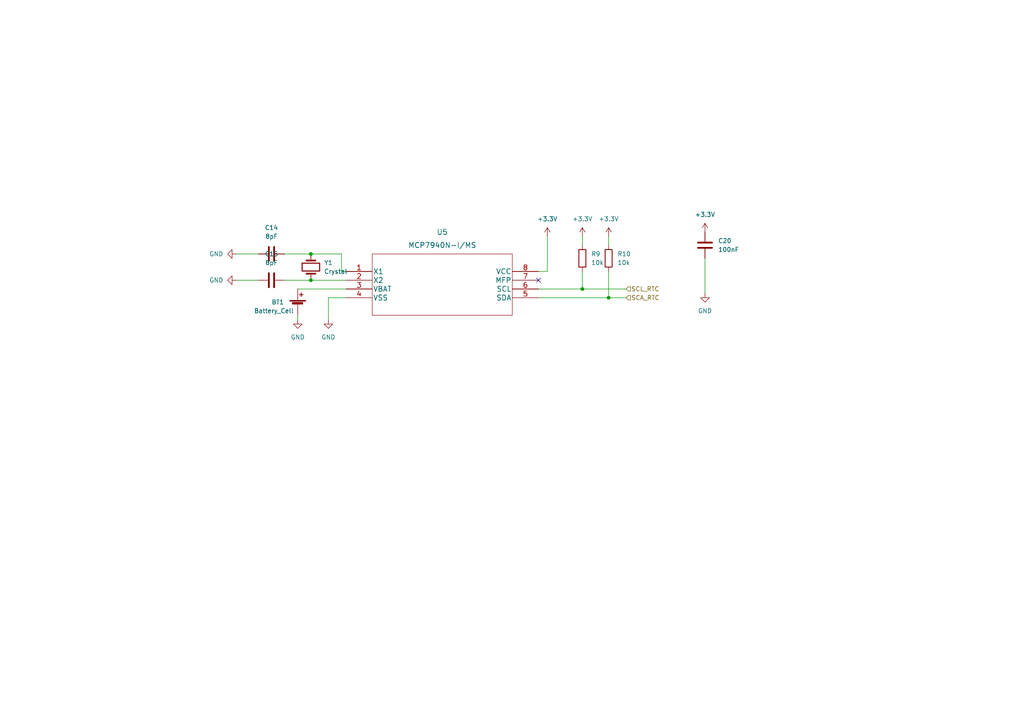
<source format=kicad_sch>
(kicad_sch (version 20230121) (generator eeschema)
  (paper "A4")
  (lib_symbols
    (symbol "Device:Battery_Cell" (pin_numbers hide) (pin_names (offset 0) hide)
      (property "Reference" "BT" (at 2.54 2.54 0))
      (property "Value" "Battery_Cell" (at 2.54 0 0))
      (symbol "Battery_Cell_0_1"
        (rectangle (start -2.286 1.778) (end 2.286 1.524) (fill (type outline)))
        (rectangle (start -1.5748 1.1938) (end 1.4732 0.6858) (fill (type outline)))
        (polyline (pts (xy 0 0.762) (xy 0 0)))
        (polyline (pts (xy 0 1.778) (xy 0 2.54)))
        (polyline (pts (xy 0.508 3.429) (xy 1.524 3.429)) (stroke (width 0.254)))
        (polyline (pts (xy 1.016 3.937) (xy 1.016 2.921)) (stroke (width 0.254)))
      )
      (symbol "Battery_Cell_1_1"
        (pin passive line (at 0 5.08 270) (length 2.54) (name "+") (number "1"))
        (pin passive line (at 0 -2.54 90) (length 2.54) (name "-") (number "2"))
      )
    )
    (symbol "Device:C" (pin_numbers hide) (pin_names (offset 0.254))
      (property "Reference" "C" (at 0.635 2.54 0))
      (property "Value" "C" (at 0.635 -2.54 0))
      (symbol "C_0_1"
        (polyline (pts (xy -2.032 -0.762) (xy 2.032 -0.762)) (stroke (width 0.508)))
        (polyline (pts (xy -2.032 0.762) (xy 2.032 0.762)) (stroke (width 0.508)))
      )
      (symbol "C_1_1"
        (pin passive line (at 0 3.81 270) (length 2.794) (name "~") (number "1"))
        (pin passive line (at 0 -3.81 90) (length 2.794) (name "~") (number "2"))
      )
    )
    (symbol "Device:Crystal" (pin_numbers hide) (pin_names (offset 1.016) hide)
      (property "Reference" "Y" (at 0 3.81 0))
      (property "Value" "Crystal" (at 0 -3.81 0))
      (symbol "Crystal_0_1"
        (rectangle (start -1.143 2.54) (end 1.143 -2.54) (stroke (width 0.3048)))
        (polyline (pts (xy -2.54 0) (xy -1.905 0)))
        (polyline (pts (xy -1.905 -1.27) (xy -1.905 1.27)) (stroke (width 0.508)))
        (polyline (pts (xy 1.905 -1.27) (xy 1.905 1.27)) (stroke (width 0.508)))
        (polyline (pts (xy 2.54 0) (xy 1.905 0)))
      )
      (symbol "Crystal_1_1"
        (pin passive line (at -3.81 0 0) (length 1.27) (name "1") (number "1"))
        (pin passive line (at 3.81 0 180) (length 1.27) (name "2") (number "2"))
      )
    )
    (symbol "Device:R" (pin_numbers hide) (pin_names (offset 0))
      (property "Reference" "R" (at 2.032 0 90))
      (property "Value" "R" (at 0 0 90))
      (symbol "R_0_1"
        (rectangle (start -1.016 -2.54) (end 1.016 2.54) (stroke (width 0.254)))
      )
      (symbol "R_1_1"
        (pin passive line (at 0 3.81 270) (length 1.27) (name "~") (number "1"))
        (pin passive line (at 0 -3.81 90) (length 1.27) (name "~") (number "2"))
      )
    )
    (symbol "MCP7940N:MCP7940N-I{slash}MS" (pin_names (offset 0.254))
      (property "Reference" "U" (at 27.94 10.16 0))
      (property "Value" "MCP7940N-I{slash}MS" (at 27.94 7.62 0))
      (symbol "MCP7940N-I{slash}MS_1_1"
        (polyline (pts (xy 7.62 -12.7) (xy 48.26 -12.7)) (stroke (width 0.127)))
        (polyline (pts (xy 7.62 5.08) (xy 7.62 -12.7)) (stroke (width 0.127)))
        (polyline (pts (xy 48.26 -12.7) (xy 48.26 5.08)) (stroke (width 0.127)))
        (polyline (pts (xy 48.26 5.08) (xy 7.62 5.08)) (stroke (width 0.127)))
        (pin input line (at 0 0 0) (length 7.62) (name "X1") (number "1"))
        (pin output line (at 0 -2.54 0) (length 7.62) (name "X2") (number "2"))
        (pin power_in line (at 0 -5.08 0) (length 7.62) (name "VBAT") (number "3"))
        (pin power_in line (at 0 -7.62 0) (length 7.62) (name "VSS") (number "4"))
        (pin bidirectional line (at 55.88 -7.62 180) (length 7.62) (name "SDA") (number "5"))
        (pin unspecified line (at 55.88 -5.08 180) (length 7.62) (name "SCL") (number "6"))
        (pin unspecified line (at 55.88 -2.54 180) (length 7.62) (name "MFP") (number "7"))
        (pin power_in line (at 55.88 0 180) (length 7.62) (name "VCC") (number "8"))
      )
    )
    (symbol "power:+3.3V" (power) (pin_names (offset 0))
      (property "Value" "+3.3V" (at 0 3.556 0))
      (symbol "+3.3V_0_1"
        (polyline (pts (xy -0.762 1.27) (xy 0 2.54)))
        (polyline (pts (xy 0 0) (xy 0 2.54)))
        (polyline (pts (xy 0 2.54) (xy 0.762 1.27)))
      )
      (symbol "+3.3V_1_1"
        (pin power_in line (at 0 0 90) (length 0) hide (name "+3.3V") (number "1"))
      )
    )
    (symbol "power:GND" (power) (pin_names (offset 0))
      (property "Value" "GND" (at 0 -3.81 0))
      (symbol "GND_0_1"
        (polyline (pts (xy 0 0) (xy 0 -1.27) (xy 1.27 -1.27) (xy 0 -2.54) (xy -1.27 -1.27) (xy 0 -1.27)))
      )
      (symbol "GND_1_1"
        (pin power_in line (at 0 0 270) (length 0) hide (name "GND") (number "1"))
      )
    )
  )
  (junction (at 168.91 83.82))
  (junction (at 90.17 73.66))
  (junction (at 176.53 86.36))
  (junction (at 90.17 81.28))
  (no_connect (at 156.21 81.28))
  (wire (pts (xy 99.06 78.74) (xy 99.06 73.66)))
  (wire (pts (xy 156.21 86.36) (xy 176.53 86.36)))
  (wire (pts (xy 99.06 78.74) (xy 100.33 78.74)))
  (wire (pts (xy 90.17 81.28) (xy 100.33 81.28)))
  (wire (pts (xy 86.36 83.82) (xy 100.33 83.82)))
  (wire (pts (xy 99.06 73.66) (xy 90.17 73.66)))
  (wire (pts (xy 156.21 78.74) (xy 158.75 78.74)))
  (wire (pts (xy 100.33 86.36) (xy 95.25 86.36)))
  (wire (pts (xy 176.53 86.36) (xy 176.53 78.74)))
  (wire (pts (xy 82.55 81.28) (xy 90.17 81.28)))
  (wire (pts (xy 176.53 86.36) (xy 181.61 86.36)))
  (wire (pts (xy 204.47 74.93) (xy 204.47 85.09)))
  (wire (pts (xy 95.25 86.36) (xy 95.25 92.71)))
  (wire (pts (xy 156.21 83.82) (xy 168.91 83.82)))
  (wire (pts (xy 86.36 91.44) (xy 86.36 92.71)))
  (wire (pts (xy 82.55 73.66) (xy 90.17 73.66)))
  (wire (pts (xy 68.58 81.28) (xy 74.93 81.28)))
  (wire (pts (xy 168.91 68.58) (xy 168.91 71.12)))
  (wire (pts (xy 68.58 73.66) (xy 74.93 73.66)))
  (wire (pts (xy 168.91 83.82) (xy 181.61 83.82)))
  (wire (pts (xy 176.53 68.58) (xy 176.53 71.12)))
  (wire (pts (xy 158.75 68.58) (xy 158.75 78.74)))
  (wire (pts (xy 168.91 83.82) (xy 168.91 78.74)))
  (hierarchical_label "SCL_RTC" (shape input) (at 181.61 83.82 0))
  (hierarchical_label "SCA_RTC" (shape input) (at 181.61 86.36 0))
  (symbol (lib_id "Device:C") (at 78.74 73.66 90) (unit 1)
    (property "Reference" "C14" (at 78.74 66.04 90))
    (property "Value" "8pF" (at 78.74 68.58 90))
    (property "Footprint" "Capacitor_SMD:C_0603_1608Metric" (effects hide))
  )
  (symbol (lib_id "Device:R") (at 176.53 74.93 0) (unit 1)
    (property "Reference" "R10" (at 179.07 73.6599 0) (effects (justify left)))
    (property "Value" "10k" (at 179.07 76.1999 0) (effects (justify left)))
    (property "Footprint" "Resistor_SMD:R_0603_1608Metric" (effects hide))
  )
  (symbol (lib_id "power:GND") (at 86.36 92.71 0) (unit 1)
    (property "Reference" "#PWR0128" (effects hide))
    (property "Value" "GND" (at 86.36 97.79 0))
  )
  (symbol (lib_id "MCP7940N:MCP7940N-I{slash}MS") (at 100.33 78.74 0) (unit 1)
    (property "Reference" "U5" (at 128.27 67.31 0) (effects (font (size 1.524 1.524))))
    (property "Value" "MCP7940N-I/MS" (at 128.27 71.12 0) (effects (font (size 1.524 1.524))))
    (property "Footprint" "Package_SO:MSOP-8-1EP_3x3mm_P0.65mm_EP1.68x1.88mm" (effects hide))
  )
  (symbol (lib_id "power:+3.3V") (at 204.47 67.31 0) (unit 1)
    (property "Reference" "#PWR0145" (effects hide))
    (property "Value" "+3.3V" (at 204.47 62.23 0))
  )
  (symbol (lib_id "power:GND") (at 68.58 81.28 270) (unit 1)
    (property "Reference" "#PWR0126" (effects hide))
    (property "Value" "GND" (at 64.77 81.2799 90) (effects (justify right)))
  )
  (symbol (lib_id "power:GND") (at 68.58 73.66 270) (unit 1)
    (property "Reference" "#PWR0125" (effects hide))
    (property "Value" "GND" (at 64.77 73.6599 90) (effects (justify right)))
  )
  (symbol (lib_id "power:+3.3V") (at 176.53 68.58 0) (unit 1)
    (property "Reference" "#PWR0131" (effects hide))
    (property "Value" "+3.3V" (at 176.53 63.5 0))
  )
  (symbol (lib_id "power:+3.3V") (at 158.75 68.58 0) (unit 1)
    (property "Reference" "#PWR0129" (effects hide))
    (property "Value" "+3.3V" (at 158.75 63.5 0))
  )
  (symbol (lib_id "power:+3.3V") (at 168.91 68.58 0) (unit 1)
    (property "Reference" "#PWR0130" (effects hide))
    (property "Value" "+3.3V" (at 168.91 63.5 0))
  )
  (symbol (lib_id "Device:Crystal") (at 90.17 77.47 90) (unit 1)
    (property "Reference" "Y1" (at 93.98 76.1999 90) (effects (justify right)))
    (property "Value" "Crystal" (at 93.98 78.7399 90) (effects (justify right)))
    (property "Footprint" "Crystal:Crystal_SMD_2012-2Pin_2.0x1.2mm" (effects hide))
  )
  (symbol (lib_id "power:GND") (at 204.47 85.09 0) (unit 1)
    (property "Reference" "#PWR0144" (effects hide))
    (property "Value" "GND" (at 204.47 90.17 0))
  )
  (symbol (lib_id "Device:C") (at 78.74 81.28 90) (unit 1)
    (property "Reference" "C15" (at 78.74 73.66 90))
    (property "Value" "8pF" (at 78.74 76.2 90))
    (property "Footprint" "Capacitor_SMD:C_0603_1608Metric" (effects hide))
  )
  (symbol (lib_id "power:GND") (at 95.25 92.71 0) (unit 1)
    (property "Reference" "#PWR0127" (effects hide))
    (property "Value" "GND" (at 95.25 97.79 0))
  )
  (symbol (lib_id "Device:R") (at 168.91 74.93 0) (unit 1)
    (property "Reference" "R9" (at 171.45 73.6599 0) (effects (justify left)))
    (property "Value" "10k" (at 171.45 76.1999 0) (effects (justify left)))
    (property "Footprint" "Resistor_SMD:R_0603_1608Metric" (effects hide))
  )
  (symbol (lib_id "Device:C") (at 204.47 71.12 0) (unit 1)
    (property "Reference" "C20" (at 208.28 69.8499 0) (effects (justify left)))
    (property "Value" "100nF" (at 208.28 72.3899 0) (effects (justify left)))
    (property "Footprint" "Capacitor_SMD:C_0603_1608Metric" (effects hide))
  )
  (symbol (lib_id "Device:Battery_Cell") (at 86.36 88.9 0) (unit 1)
    (property "Reference" "BT1" (at 78.74 87.63 0) (effects (justify left)))
    (property "Value" "Battery_Cell" (at 73.66 90.17 0) (effects (justify left)))
    (property "Footprint" "Battery:BatteryHolder_LINX_BAT-HLD-012-SMT" (effects hide))
  )
)
</source>
